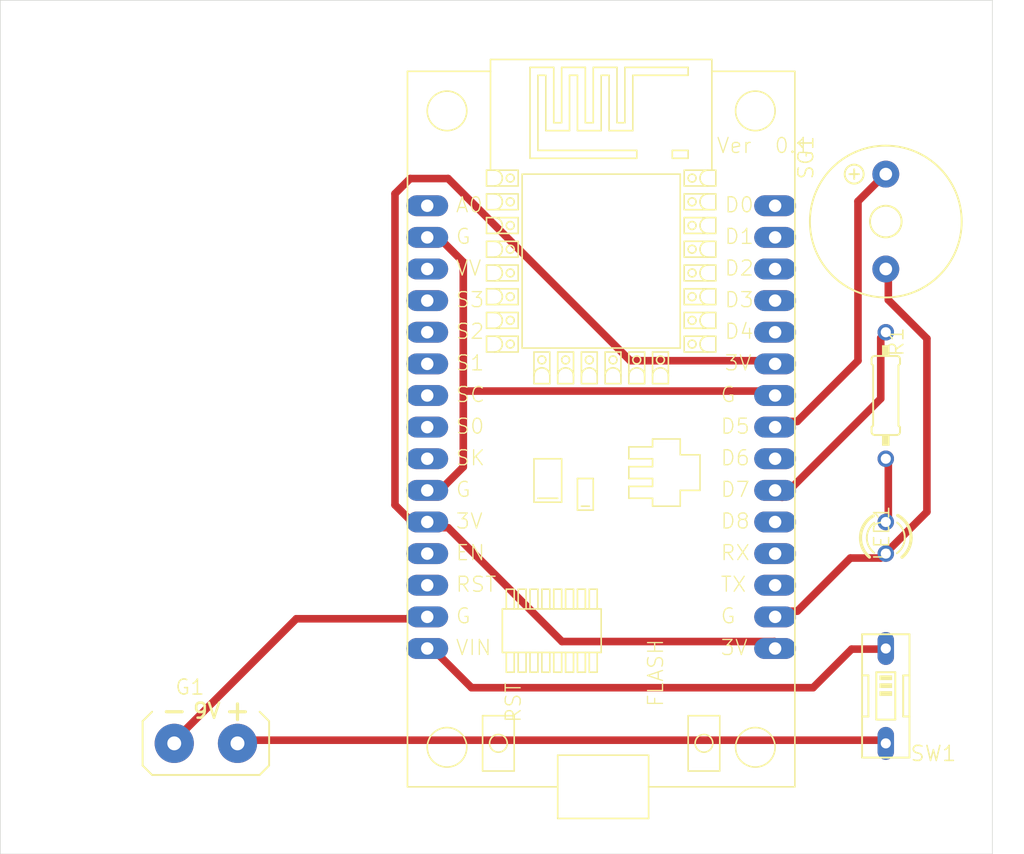
<source format=kicad_pcb>
(kicad_pcb (version 20171130) (host pcbnew 5.1.6-c6e7f7d~86~ubuntu18.04.1)

  (general
    (thickness 1.6)
    (drawings 4)
    (tracks 60)
    (zones 0)
    (modules 6)
    (nets 29)
  )

  (page A4)
  (layers
    (0 Top signal)
    (31 Bottom signal)
    (32 B.Adhes user)
    (33 F.Adhes user)
    (34 B.Paste user)
    (35 F.Paste user)
    (36 B.SilkS user)
    (37 F.SilkS user)
    (38 B.Mask user)
    (39 F.Mask user)
    (40 Dwgs.User user)
    (41 Cmts.User user)
    (42 Eco1.User user)
    (43 Eco2.User user)
    (44 Edge.Cuts user)
    (45 Margin user)
    (46 B.CrtYd user)
    (47 F.CrtYd user)
    (48 B.Fab user)
    (49 F.Fab user)
  )

  (setup
    (last_trace_width 0.25)
    (trace_clearance 0.2)
    (zone_clearance 0.508)
    (zone_45_only no)
    (trace_min 0.2)
    (via_size 0.8)
    (via_drill 0.4)
    (via_min_size 0.4)
    (via_min_drill 0.3)
    (uvia_size 0.3)
    (uvia_drill 0.1)
    (uvias_allowed no)
    (uvia_min_size 0.2)
    (uvia_min_drill 0.1)
    (edge_width 0.05)
    (segment_width 0.2)
    (pcb_text_width 0.3)
    (pcb_text_size 1.5 1.5)
    (mod_edge_width 0.12)
    (mod_text_size 1 1)
    (mod_text_width 0.15)
    (pad_size 1.524 1.524)
    (pad_drill 0.762)
    (pad_to_mask_clearance 0.05)
    (aux_axis_origin 0 0)
    (visible_elements FFFFFF7F)
    (pcbplotparams
      (layerselection 0x010fc_ffffffff)
      (usegerberextensions false)
      (usegerberattributes true)
      (usegerberadvancedattributes true)
      (creategerberjobfile true)
      (excludeedgelayer true)
      (linewidth 0.100000)
      (plotframeref false)
      (viasonmask false)
      (mode 1)
      (useauxorigin false)
      (hpglpennumber 1)
      (hpglpenspeed 20)
      (hpglpendiameter 15.000000)
      (psnegative false)
      (psa4output false)
      (plotreference true)
      (plotvalue true)
      (plotinvisibletext false)
      (padsonsilk false)
      (subtractmaskfromsilk false)
      (outputformat 1)
      (mirror false)
      (drillshape 1)
      (scaleselection 1)
      (outputdirectory ""))
  )

  (net 0 "")
  (net 1 GND)
  (net 2 3V)
  (net 3 "Net-(U$1-Pad30)")
  (net 4 "Net-(U$1-Pad29)")
  (net 5 "Net-(U$1-Pad28)")
  (net 6 "Net-(U$1-Pad27)")
  (net 7 "Net-(U$1-Pad26)")
  (net 8 "Net-(SG1-Pad+)")
  (net 9 "Net-(U$1-Pad22)")
  (net 10 "Net-(R1-Pad1)")
  (net 11 "Net-(U$1-Pad20)")
  (net 12 "Net-(U$1-Pad19)")
  (net 13 "Net-(U$1-Pad18)")
  (net 14 "Net-(LED1-PadK)")
  (net 15 "Net-(SW1-Pad1)")
  (net 16 "Net-(G1-Pad-)")
  (net 17 "Net-(U$1-Pad13)")
  (net 18 "Net-(U$1-Pad12)")
  (net 19 "Net-(U$1-Pad9)")
  (net 20 "Net-(U$1-Pad8)")
  (net 21 "Net-(U$1-Pad7)")
  (net 22 "Net-(U$1-Pad6)")
  (net 23 "Net-(U$1-Pad5)")
  (net 24 "Net-(U$1-Pad4)")
  (net 25 "Net-(U$1-Pad3)")
  (net 26 "Net-(U$1-Pad1)")
  (net 27 "Net-(LED1-PadA)")
  (net 28 "Net-(G1-Pad+)")

  (net_class Default "This is the default net class."
    (clearance 0.2)
    (trace_width 0.25)
    (via_dia 0.8)
    (via_drill 0.4)
    (uvia_dia 0.3)
    (uvia_drill 0.1)
    (add_net 3V)
    (add_net GND)
    (add_net "Net-(G1-Pad+)")
    (add_net "Net-(G1-Pad-)")
    (add_net "Net-(LED1-PadA)")
    (add_net "Net-(LED1-PadK)")
    (add_net "Net-(R1-Pad1)")
    (add_net "Net-(SG1-Pad+)")
    (add_net "Net-(SW1-Pad1)")
    (add_net "Net-(U$1-Pad1)")
    (add_net "Net-(U$1-Pad12)")
    (add_net "Net-(U$1-Pad13)")
    (add_net "Net-(U$1-Pad18)")
    (add_net "Net-(U$1-Pad19)")
    (add_net "Net-(U$1-Pad20)")
    (add_net "Net-(U$1-Pad22)")
    (add_net "Net-(U$1-Pad26)")
    (add_net "Net-(U$1-Pad27)")
    (add_net "Net-(U$1-Pad28)")
    (add_net "Net-(U$1-Pad29)")
    (add_net "Net-(U$1-Pad3)")
    (add_net "Net-(U$1-Pad30)")
    (add_net "Net-(U$1-Pad4)")
    (add_net "Net-(U$1-Pad5)")
    (add_net "Net-(U$1-Pad6)")
    (add_net "Net-(U$1-Pad7)")
    (add_net "Net-(U$1-Pad8)")
    (add_net "Net-(U$1-Pad9)")
  )

  (module circuito_distanciamento_social:NODEMCU (layer Top) (tedit 0) (tstamp 5ECE0473)
    (at 156.9211 104.9986)
    (path /BABD3B23)
    (fp_text reference U$1 (at 0 0) (layer F.SilkS) hide
      (effects (font (size 1.27 1.27) (thickness 0.15)))
    )
    (fp_text value NODEMCU (at 0 0) (layer F.SilkS) hide
      (effects (font (size 1.27 1.27) (thickness 0.15)))
    )
    (fp_text user "Ver  0.1" (at 9.2075 -21.9075) (layer F.SilkS)
      (effects (font (size 1.2065 1.2065) (thickness 0.1016)) (justify left bottom))
    )
    (fp_text user FLASH (at 5.08 22.5425 270) (layer F.SilkS)
      (effects (font (size 1.2065 1.2065) (thickness 0.1016)) (justify left bottom))
    )
    (fp_text user RST (at -6.35 23.8125 270) (layer F.SilkS)
      (effects (font (size 1.2065 1.2065) (thickness 0.1016)) (justify left bottom))
    )
    (fp_text user D0 (at 9.8425 -17.145) (layer F.SilkS)
      (effects (font (size 1.2065 1.2065) (thickness 0.1016)) (justify left bottom))
    )
    (fp_text user D1 (at 9.8425 -14.605) (layer F.SilkS)
      (effects (font (size 1.2065 1.2065) (thickness 0.1016)) (justify left bottom))
    )
    (fp_text user D2 (at 9.8425 -12.065) (layer F.SilkS)
      (effects (font (size 1.2065 1.2065) (thickness 0.1016)) (justify left bottom))
    )
    (fp_text user D3 (at 9.8425 -9.525) (layer F.SilkS)
      (effects (font (size 1.2065 1.2065) (thickness 0.1016)) (justify left bottom))
    )
    (fp_text user D4 (at 9.8425 -6.985) (layer F.SilkS)
      (effects (font (size 1.2065 1.2065) (thickness 0.1016)) (justify left bottom))
    )
    (fp_text user 3V (at 9.8425 -4.445) (layer F.SilkS)
      (effects (font (size 1.2065 1.2065) (thickness 0.1016)) (justify left bottom))
    )
    (fp_text user G (at 9.525 -1.905) (layer F.SilkS)
      (effects (font (size 1.2065 1.2065) (thickness 0.1016)) (justify left bottom))
    )
    (fp_text user D5 (at 9.525 0.635) (layer F.SilkS)
      (effects (font (size 1.2065 1.2065) (thickness 0.1016)) (justify left bottom))
    )
    (fp_text user D6 (at 9.525 3.175) (layer F.SilkS)
      (effects (font (size 1.2065 1.2065) (thickness 0.1016)) (justify left bottom))
    )
    (fp_text user D7 (at 9.525 5.715) (layer F.SilkS)
      (effects (font (size 1.2065 1.2065) (thickness 0.1016)) (justify left bottom))
    )
    (fp_text user D8 (at 9.525 8.255) (layer F.SilkS)
      (effects (font (size 1.2065 1.2065) (thickness 0.1016)) (justify left bottom))
    )
    (fp_text user RX (at 9.525 10.795) (layer F.SilkS)
      (effects (font (size 1.2065 1.2065) (thickness 0.1016)) (justify left bottom))
    )
    (fp_text user TX (at 9.525 13.335) (layer F.SilkS)
      (effects (font (size 1.2065 1.2065) (thickness 0.1016)) (justify left bottom))
    )
    (fp_text user G (at 9.525 15.875) (layer F.SilkS)
      (effects (font (size 1.2065 1.2065) (thickness 0.1016)) (justify left bottom))
    )
    (fp_text user 3V (at 9.525 18.415) (layer F.SilkS)
      (effects (font (size 1.2065 1.2065) (thickness 0.1016)) (justify left bottom))
    )
    (fp_text user VIN (at -11.7475 18.415) (layer F.SilkS)
      (effects (font (size 1.2065 1.2065) (thickness 0.1016)) (justify left bottom))
    )
    (fp_text user G (at -11.7475 15.875) (layer F.SilkS)
      (effects (font (size 1.2065 1.2065) (thickness 0.1016)) (justify left bottom))
    )
    (fp_text user RST (at -11.7475 13.335) (layer F.SilkS)
      (effects (font (size 1.2065 1.2065) (thickness 0.1016)) (justify left bottom))
    )
    (fp_text user EN (at -11.7475 10.795) (layer F.SilkS)
      (effects (font (size 1.2065 1.2065) (thickness 0.1016)) (justify left bottom))
    )
    (fp_text user 3V (at -11.7475 8.255) (layer F.SilkS)
      (effects (font (size 1.2065 1.2065) (thickness 0.1016)) (justify left bottom))
    )
    (fp_text user G (at -11.7475 5.715) (layer F.SilkS)
      (effects (font (size 1.2065 1.2065) (thickness 0.1016)) (justify left bottom))
    )
    (fp_text user SK (at -11.7475 3.175) (layer F.SilkS)
      (effects (font (size 1.2065 1.2065) (thickness 0.1016)) (justify left bottom))
    )
    (fp_text user S0 (at -11.7475 0.635) (layer F.SilkS)
      (effects (font (size 1.2065 1.2065) (thickness 0.1016)) (justify left bottom))
    )
    (fp_text user SC (at -11.7475 -1.905) (layer F.SilkS)
      (effects (font (size 1.2065 1.2065) (thickness 0.1016)) (justify left bottom))
    )
    (fp_text user S1 (at -11.7475 -4.445) (layer F.SilkS)
      (effects (font (size 1.2065 1.2065) (thickness 0.1016)) (justify left bottom))
    )
    (fp_text user S2 (at -11.7475 -6.985) (layer F.SilkS)
      (effects (font (size 1.2065 1.2065) (thickness 0.1016)) (justify left bottom))
    )
    (fp_text user S3 (at -11.7475 -9.525) (layer F.SilkS)
      (effects (font (size 1.2065 1.2065) (thickness 0.1016)) (justify left bottom))
    )
    (fp_text user VV (at -11.7475 -12.065) (layer F.SilkS)
      (effects (font (size 1.2065 1.2065) (thickness 0.1016)) (justify left bottom))
    )
    (fp_text user G (at -11.7475 -14.605) (layer F.SilkS)
      (effects (font (size 1.2065 1.2065) (thickness 0.1016)) (justify left bottom))
    )
    (fp_text user A0 (at -11.7475 -17.145) (layer F.SilkS)
      (effects (font (size 1.2065 1.2065) (thickness 0.1016)) (justify left bottom))
    )
    (fp_circle (center 8.255 25.4) (end 8.9649 25.4) (layer F.SilkS) (width 0.127))
    (fp_circle (center -8.255 25.4) (end -7.5451 25.4) (layer F.SilkS) (width 0.127))
    (fp_circle (center 4.7625 -5.3975) (end 5.08 -5.3975) (layer F.SilkS) (width 0.127))
    (fp_circle (center 2.8575 -5.3975) (end 3.175 -5.3975) (layer F.SilkS) (width 0.127))
    (fp_circle (center 0.9525 -5.3975) (end 1.27 -5.3975) (layer F.SilkS) (width 0.127))
    (fp_circle (center -0.9525 -5.3975) (end -0.635 -5.3975) (layer F.SilkS) (width 0.127))
    (fp_circle (center -2.8575 -5.3975) (end -2.54 -5.3975) (layer F.SilkS) (width 0.127))
    (fp_circle (center -4.7625 -5.3975) (end -4.445 -5.3975) (layer F.SilkS) (width 0.127))
    (fp_circle (center 7.3025 -20.0025) (end 7.62 -20.0025) (layer F.SilkS) (width 0.127))
    (fp_circle (center 7.3025 -18.0975) (end 7.62 -18.0975) (layer F.SilkS) (width 0.127))
    (fp_circle (center 7.3025 -16.1925) (end 7.62 -16.1925) (layer F.SilkS) (width 0.127))
    (fp_circle (center 7.3025 -14.2875) (end 7.62 -14.2875) (layer F.SilkS) (width 0.127))
    (fp_circle (center 7.3025 -12.3825) (end 7.62 -12.3825) (layer F.SilkS) (width 0.127))
    (fp_circle (center 7.3025 -10.4775) (end 7.62 -10.4775) (layer F.SilkS) (width 0.127))
    (fp_circle (center 7.3025 -8.5725) (end 7.62 -8.5725) (layer F.SilkS) (width 0.127))
    (fp_circle (center 7.3025 -6.6675) (end 7.62 -6.6675) (layer F.SilkS) (width 0.127))
    (fp_circle (center -7.3025 -6.6675) (end -6.985 -6.6675) (layer F.SilkS) (width 0.127))
    (fp_circle (center -7.3025 -8.5725) (end -6.985 -8.5725) (layer F.SilkS) (width 0.127))
    (fp_circle (center -7.3025 -10.4775) (end -6.985 -10.4775) (layer F.SilkS) (width 0.127))
    (fp_circle (center -7.3025 -12.3825) (end -6.985 -12.3825) (layer F.SilkS) (width 0.127))
    (fp_circle (center -7.3025 -14.2875) (end -6.985 -14.2875) (layer F.SilkS) (width 0.127))
    (fp_circle (center -7.3025 -16.1925) (end -6.985 -16.1925) (layer F.SilkS) (width 0.127))
    (fp_circle (center -7.3025 -18.0975) (end -6.985 -18.0975) (layer F.SilkS) (width 0.127))
    (fp_circle (center -7.3025 -20.0025) (end -6.985 -20.0025) (layer F.SilkS) (width 0.127))
    (fp_circle (center 12.3825 25.7175) (end 13.97 25.7175) (layer F.SilkS) (width 0.127))
    (fp_circle (center 12.3825 -25.4) (end 13.97 -25.4) (layer F.SilkS) (width 0.127))
    (fp_circle (center -12.3825 -25.4) (end -10.795 -25.4) (layer F.SilkS) (width 0.127))
    (fp_circle (center -12.3825 25.7175) (end -10.795 25.7175) (layer F.SilkS) (width 0.127))
    (fp_line (start -1.5875 6.35) (end -0.9525 6.35) (layer F.SilkS) (width 0.127))
    (fp_line (start -5.08 5.715) (end -3.4925 5.715) (layer F.SilkS) (width 0.127))
    (fp_line (start 9.525 27.6225) (end 6.985 27.6225) (layer F.SilkS) (width 0.127))
    (fp_line (start 9.525 23.1775) (end 9.525 27.6225) (layer F.SilkS) (width 0.127))
    (fp_line (start 6.985 23.1775) (end 9.525 23.1775) (layer F.SilkS) (width 0.127))
    (fp_line (start 6.985 27.6225) (end 6.985 23.1775) (layer F.SilkS) (width 0.127))
    (fp_line (start -0.635 4.1275) (end -1.905 4.1275) (layer F.SilkS) (width 0.127))
    (fp_line (start -0.635 6.6675) (end -0.635 4.1275) (layer F.SilkS) (width 0.127))
    (fp_line (start -1.905 6.6675) (end -0.635 6.6675) (layer F.SilkS) (width 0.127))
    (fp_line (start -1.905 4.1275) (end -1.905 6.6675) (layer F.SilkS) (width 0.127))
    (fp_line (start -3.175 2.54) (end -5.3975 2.54) (layer F.SilkS) (width 0.127))
    (fp_line (start -3.175 6.0325) (end -3.175 2.54) (layer F.SilkS) (width 0.127))
    (fp_line (start -5.3975 6.0325) (end -3.175 6.0325) (layer F.SilkS) (width 0.127))
    (fp_line (start -5.3975 2.54) (end -5.3975 6.0325) (layer F.SilkS) (width 0.127))
    (fp_line (start 2.2225 2.54) (end 2.2225 1.5875) (layer F.SilkS) (width 0.127))
    (fp_line (start 4.1275 2.54) (end 2.2225 2.54) (layer F.SilkS) (width 0.127))
    (fp_line (start 4.1275 3.175) (end 4.1275 2.54) (layer F.SilkS) (width 0.127))
    (fp_line (start 2.2225 3.175) (end 4.1275 3.175) (layer F.SilkS) (width 0.127))
    (fp_line (start 2.2225 4.1275) (end 2.2225 3.175) (layer F.SilkS) (width 0.127))
    (fp_line (start 4.1275 4.1275) (end 2.2225 4.1275) (layer F.SilkS) (width 0.127))
    (fp_line (start 4.1275 4.7625) (end 4.1275 4.1275) (layer F.SilkS) (width 0.127))
    (fp_line (start 2.2225 4.7625) (end 4.1275 4.7625) (layer F.SilkS) (width 0.127))
    (fp_line (start 2.2225 5.715) (end 2.2225 4.7625) (layer F.SilkS) (width 0.127))
    (fp_line (start 4.1275 5.715) (end 2.2225 5.715) (layer F.SilkS) (width 0.127))
    (fp_line (start 4.1275 6.35) (end 4.1275 5.715) (layer F.SilkS) (width 0.127))
    (fp_line (start 6.35 6.35) (end 4.1275 6.35) (layer F.SilkS) (width 0.127))
    (fp_line (start 6.35 5.08) (end 6.35 6.35) (layer F.SilkS) (width 0.127))
    (fp_line (start 7.9375 5.08) (end 6.35 5.08) (layer F.SilkS) (width 0.127))
    (fp_line (start 7.9375 2.2225) (end 7.9375 5.08) (layer F.SilkS) (width 0.127))
    (fp_line (start 6.35 2.2225) (end 7.9375 2.2225) (layer F.SilkS) (width 0.127))
    (fp_line (start 6.35 0.9525) (end 6.35 2.2225) (layer F.SilkS) (width 0.127))
    (fp_line (start 4.1275 0.9525) (end 6.35 0.9525) (layer F.SilkS) (width 0.127))
    (fp_line (start 4.1275 1.5875) (end 4.1275 0.9525) (layer F.SilkS) (width 0.127))
    (fp_line (start 2.2225 1.5875) (end 4.1275 1.5875) (layer F.SilkS) (width 0.127))
    (fp_line (start -7.62 19.685) (end -7.62 18.0975) (layer F.SilkS) (width 0.127))
    (fp_line (start -6.985 19.685) (end -7.62 19.685) (layer F.SilkS) (width 0.127))
    (fp_line (start -6.985 18.0975) (end -6.985 19.685) (layer F.SilkS) (width 0.127))
    (fp_line (start -6.6675 19.685) (end -6.6675 18.0975) (layer F.SilkS) (width 0.127))
    (fp_line (start -6.0325 19.685) (end -6.6675 19.685) (layer F.SilkS) (width 0.127))
    (fp_line (start -6.0325 18.0975) (end -6.0325 19.685) (layer F.SilkS) (width 0.127))
    (fp_line (start -5.715 19.685) (end -5.715 18.0975) (layer F.SilkS) (width 0.127))
    (fp_line (start -5.08 19.685) (end -5.715 19.685) (layer F.SilkS) (width 0.127))
    (fp_line (start -5.08 18.0975) (end -5.08 19.685) (layer F.SilkS) (width 0.127))
    (fp_line (start -4.7625 19.685) (end -4.7625 18.0975) (layer F.SilkS) (width 0.127))
    (fp_line (start -4.1275 19.685) (end -4.7625 19.685) (layer F.SilkS) (width 0.127))
    (fp_line (start -4.1275 18.0975) (end -4.1275 19.685) (layer F.SilkS) (width 0.127))
    (fp_line (start -3.81 19.685) (end -3.81 18.0975) (layer F.SilkS) (width 0.127))
    (fp_line (start -3.175 19.685) (end -3.81 19.685) (layer F.SilkS) (width 0.127))
    (fp_line (start -3.175 18.0975) (end -3.175 19.685) (layer F.SilkS) (width 0.127))
    (fp_line (start -2.8575 19.685) (end -2.8575 18.0975) (layer F.SilkS) (width 0.127))
    (fp_line (start -2.2225 19.685) (end -2.8575 19.685) (layer F.SilkS) (width 0.127))
    (fp_line (start -2.2225 18.0975) (end -2.2225 19.685) (layer F.SilkS) (width 0.127))
    (fp_line (start -1.905 19.685) (end -1.905 18.0975) (layer F.SilkS) (width 0.127))
    (fp_line (start -1.27 19.685) (end -1.905 19.685) (layer F.SilkS) (width 0.127))
    (fp_line (start -1.27 18.0975) (end -1.27 19.685) (layer F.SilkS) (width 0.127))
    (fp_line (start -0.9525 19.685) (end -0.9525 18.0975) (layer F.SilkS) (width 0.127))
    (fp_line (start -0.3175 19.685) (end -0.9525 19.685) (layer F.SilkS) (width 0.127))
    (fp_line (start -0.3175 18.0975) (end -0.3175 19.685) (layer F.SilkS) (width 0.127))
    (fp_line (start -0.3175 13.0175) (end -0.3175 14.605) (layer F.SilkS) (width 0.127))
    (fp_line (start -0.9525 13.0175) (end -0.3175 13.0175) (layer F.SilkS) (width 0.127))
    (fp_line (start -0.9525 14.605) (end -0.9525 13.0175) (layer F.SilkS) (width 0.127))
    (fp_line (start -1.27 13.0175) (end -1.27 14.605) (layer F.SilkS) (width 0.127))
    (fp_line (start -1.905 13.0175) (end -1.27 13.0175) (layer F.SilkS) (width 0.127))
    (fp_line (start -1.905 14.605) (end -1.905 13.0175) (layer F.SilkS) (width 0.127))
    (fp_line (start -2.2225 13.0175) (end -2.2225 14.605) (layer F.SilkS) (width 0.127))
    (fp_line (start -2.8575 13.0175) (end -2.2225 13.0175) (layer F.SilkS) (width 0.127))
    (fp_line (start -2.8575 14.605) (end -2.8575 13.0175) (layer F.SilkS) (width 0.127))
    (fp_line (start -3.175 13.0175) (end -3.175 14.605) (layer F.SilkS) (width 0.127))
    (fp_line (start -3.81 13.0175) (end -3.175 13.0175) (layer F.SilkS) (width 0.127))
    (fp_line (start -3.81 14.605) (end -3.81 13.0175) (layer F.SilkS) (width 0.127))
    (fp_line (start -4.1275 13.0175) (end -4.1275 14.605) (layer F.SilkS) (width 0.127))
    (fp_line (start -4.7625 13.0175) (end -4.1275 13.0175) (layer F.SilkS) (width 0.127))
    (fp_line (start -4.7625 14.605) (end -4.7625 13.0175) (layer F.SilkS) (width 0.127))
    (fp_line (start -5.08 13.0175) (end -5.08 14.605) (layer F.SilkS) (width 0.127))
    (fp_line (start -5.715 13.0175) (end -5.08 13.0175) (layer F.SilkS) (width 0.127))
    (fp_line (start -5.715 14.605) (end -5.715 13.0175) (layer F.SilkS) (width 0.127))
    (fp_line (start -6.0325 13.0175) (end -6.0325 14.605) (layer F.SilkS) (width 0.127))
    (fp_line (start -6.6675 13.0175) (end -6.0325 13.0175) (layer F.SilkS) (width 0.127))
    (fp_line (start -6.6675 14.605) (end -6.6675 13.0175) (layer F.SilkS) (width 0.127))
    (fp_line (start -6.985 13.0175) (end -6.985 14.605) (layer F.SilkS) (width 0.127))
    (fp_line (start -7.62 13.0175) (end -6.985 13.0175) (layer F.SilkS) (width 0.127))
    (fp_line (start -7.62 14.605) (end -7.62 13.0175) (layer F.SilkS) (width 0.127))
    (fp_line (start 0 18.0975) (end -7.9375 18.0975) (layer F.SilkS) (width 0.127))
    (fp_line (start 0 14.605) (end 0 18.0975) (layer F.SilkS) (width 0.127))
    (fp_line (start -7.9375 14.605) (end 0 14.605) (layer F.SilkS) (width 0.127))
    (fp_line (start -7.9375 18.0975) (end -7.9375 14.605) (layer F.SilkS) (width 0.127))
    (fp_line (start 3.81 26.3525) (end 3.81 28.8925) (layer F.SilkS) (width 0.127))
    (fp_line (start -3.4925 26.3525) (end 3.81 26.3525) (layer F.SilkS) (width 0.127))
    (fp_line (start -3.4925 28.8925) (end -3.4925 26.3525) (layer F.SilkS) (width 0.127))
    (fp_line (start -3.4925 31.4325) (end 3.81 31.4325) (layer F.SilkS) (width 0.127))
    (fp_line (start -6.985 27.6225) (end -9.525 27.6225) (layer F.SilkS) (width 0.127))
    (fp_line (start -6.985 23.1775) (end -6.985 27.6225) (layer F.SilkS) (width 0.127))
    (fp_line (start -9.525 23.1775) (end -6.985 23.1775) (layer F.SilkS) (width 0.127))
    (fp_line (start -9.525 27.6225) (end -9.525 23.1775) (layer F.SilkS) (width 0.127))
    (fp_line (start 8.89 -28.575) (end 8.89 -20.6375) (layer F.SilkS) (width 0.127))
    (fp_line (start -8.89 -28.575) (end -8.89 -20.6375) (layer F.SilkS) (width 0.127))
    (fp_line (start 5.715 -22.225) (end 5.715 -21.59) (layer F.SilkS) (width 0.127))
    (fp_line (start 6.985 -22.225) (end 5.715 -22.225) (layer F.SilkS) (width 0.127))
    (fp_line (start 6.985 -21.59) (end 6.985 -22.225) (layer F.SilkS) (width 0.127))
    (fp_line (start 5.715 -21.59) (end 6.985 -21.59) (layer F.SilkS) (width 0.127))
    (fp_line (start 2.8575 -22.225) (end 2.8575 -21.59) (layer F.SilkS) (width 0.127))
    (fp_line (start -5.08 -22.225) (end 2.8575 -22.225) (layer F.SilkS) (width 0.127))
    (fp_line (start -5.08 -28.2575) (end -5.08 -22.225) (layer F.SilkS) (width 0.127))
    (fp_line (start -4.445 -28.2575) (end -5.08 -28.2575) (layer F.SilkS) (width 0.127))
    (fp_line (start -4.445 -23.8125) (end -4.445 -28.2575) (layer F.SilkS) (width 0.127))
    (fp_line (start -2.54 -23.8125) (end -4.445 -23.8125) (layer F.SilkS) (width 0.127))
    (fp_line (start -2.54 -28.2575) (end -2.54 -23.8125) (layer F.SilkS) (width 0.127))
    (fp_line (start -1.905 -28.2575) (end -2.54 -28.2575) (layer F.SilkS) (width 0.127))
    (fp_line (start -1.905 -23.8125) (end -1.905 -28.2575) (layer F.SilkS) (width 0.127))
    (fp_line (start 0 -23.8125) (end -1.905 -23.8125) (layer F.SilkS) (width 0.127))
    (fp_line (start 0 -28.2575) (end 0 -23.8125) (layer F.SilkS) (width 0.127))
    (fp_line (start 0.635 -28.2575) (end 0 -28.2575) (layer F.SilkS) (width 0.127))
    (fp_line (start 0.635 -23.8125) (end 0.635 -28.2575) (layer F.SilkS) (width 0.127))
    (fp_line (start 2.54 -23.8125) (end 0.635 -23.8125) (layer F.SilkS) (width 0.127))
    (fp_line (start 2.54 -28.2575) (end 2.54 -23.8125) (layer F.SilkS) (width 0.127))
    (fp_line (start 6.985 -28.2575) (end 2.54 -28.2575) (layer F.SilkS) (width 0.127))
    (fp_line (start 6.985 -28.8925) (end 6.985 -28.2575) (layer F.SilkS) (width 0.127))
    (fp_line (start 1.905 -28.8925) (end 6.985 -28.8925) (layer F.SilkS) (width 0.127))
    (fp_line (start 1.905 -24.4475) (end 1.905 -28.8925) (layer F.SilkS) (width 0.127))
    (fp_line (start 1.27 -24.4475) (end 1.905 -24.4475) (layer F.SilkS) (width 0.127))
    (fp_line (start 1.27 -28.8925) (end 1.27 -24.4475) (layer F.SilkS) (width 0.127))
    (fp_line (start -0.635 -28.8925) (end 1.27 -28.8925) (layer F.SilkS) (width 0.127))
    (fp_line (start -0.635 -24.4475) (end -0.635 -28.8925) (layer F.SilkS) (width 0.127))
    (fp_line (start -1.27 -24.4475) (end -0.635 -24.4475) (layer F.SilkS) (width 0.127))
    (fp_line (start -1.27 -28.8925) (end -1.27 -24.4475) (layer F.SilkS) (width 0.127))
    (fp_line (start -3.175 -28.8925) (end -1.27 -28.8925) (layer F.SilkS) (width 0.127))
    (fp_line (start -3.175 -24.4475) (end -3.175 -28.8925) (layer F.SilkS) (width 0.127))
    (fp_line (start -3.81 -24.4475) (end -3.175 -24.4475) (layer F.SilkS) (width 0.127))
    (fp_line (start -3.81 -28.8925) (end -3.81 -24.4475) (layer F.SilkS) (width 0.127))
    (fp_line (start -5.715 -28.8925) (end -3.81 -28.8925) (layer F.SilkS) (width 0.127))
    (fp_line (start -5.715 -21.59) (end -5.715 -28.8925) (layer F.SilkS) (width 0.127))
    (fp_line (start 2.8575 -21.59) (end -5.715 -21.59) (layer F.SilkS) (width 0.127))
    (fp_line (start 6.6675 -6.0325) (end 8.5725 -6.0325) (layer F.SilkS) (width 0.127))
    (fp_line (start 4.1275 -3.4925) (end 4.1275 -4.1275) (layer F.SilkS) (width 0.127))
    (fp_line (start 5.3975 -3.4925) (end 4.1275 -3.4925) (layer F.SilkS) (width 0.127))
    (fp_line (start 5.3975 -4.1275) (end 5.3975 -3.4925) (layer F.SilkS) (width 0.127))
    (fp_arc (start 4.7625 -4.1275) (end 4.1275 -4.1275) (angle 180) (layer F.SilkS) (width 0.127))
    (fp_line (start 4.1275 -6.0325) (end 4.1275 -4.1275) (layer F.SilkS) (width 0.127))
    (fp_line (start 5.3975 -6.0325) (end 5.3975 -4.1275) (layer F.SilkS) (width 0.127))
    (fp_line (start 4.1275 -6.0325) (end 5.3975 -6.0325) (layer F.SilkS) (width 0.127))
    (fp_line (start 2.2225 -3.4925) (end 2.2225 -4.1275) (layer F.SilkS) (width 0.127))
    (fp_line (start 3.4925 -3.4925) (end 2.2225 -3.4925) (layer F.SilkS) (width 0.127))
    (fp_line (start 3.4925 -4.1275) (end 3.4925 -3.4925) (layer F.SilkS) (width 0.127))
    (fp_arc (start 2.8575 -4.1275) (end 2.2225 -4.1275) (angle 180) (layer F.SilkS) (width 0.127))
    (fp_line (start 2.2225 -6.0325) (end 2.2225 -4.1275) (layer F.SilkS) (width 0.127))
    (fp_line (start 3.4925 -6.0325) (end 3.4925 -4.1275) (layer F.SilkS) (width 0.127))
    (fp_line (start 2.2225 -6.0325) (end 3.4925 -6.0325) (layer F.SilkS) (width 0.127))
    (fp_line (start 0.3175 -3.4925) (end 0.3175 -4.1275) (layer F.SilkS) (width 0.127))
    (fp_line (start 1.5875 -3.4925) (end 0.3175 -3.4925) (layer F.SilkS) (width 0.127))
    (fp_line (start 1.5875 -4.1275) (end 1.5875 -3.4925) (layer F.SilkS) (width 0.127))
    (fp_arc (start 0.9525 -4.1275) (end 0.3175 -4.1275) (angle 180) (layer F.SilkS) (width 0.127))
    (fp_line (start 0.3175 -6.0325) (end 0.3175 -4.1275) (layer F.SilkS) (width 0.127))
    (fp_line (start 1.5875 -6.0325) (end 1.5875 -4.1275) (layer F.SilkS) (width 0.127))
    (fp_line (start 0.3175 -6.0325) (end 1.5875 -6.0325) (layer F.SilkS) (width 0.127))
    (fp_line (start -1.5875 -3.4925) (end -1.5875 -4.1275) (layer F.SilkS) (width 0.127))
    (fp_line (start -0.3175 -3.4925) (end -1.5875 -3.4925) (layer F.SilkS) (width 0.127))
    (fp_line (start -0.3175 -4.1275) (end -0.3175 -3.4925) (layer F.SilkS) (width 0.127))
    (fp_arc (start -0.9525 -4.1275) (end -1.5875 -4.1275) (angle 180) (layer F.SilkS) (width 0.127))
    (fp_line (start -1.5875 -6.0325) (end -1.5875 -4.1275) (layer F.SilkS) (width 0.127))
    (fp_line (start -0.3175 -6.0325) (end -0.3175 -4.1275) (layer F.SilkS) (width 0.127))
    (fp_line (start -1.5875 -6.0325) (end -0.3175 -6.0325) (layer F.SilkS) (width 0.127))
    (fp_line (start -3.4925 -3.4925) (end -3.4925 -4.1275) (layer F.SilkS) (width 0.127))
    (fp_line (start -2.2225 -3.4925) (end -3.4925 -3.4925) (layer F.SilkS) (width 0.127))
    (fp_line (start -2.2225 -4.1275) (end -2.2225 -3.4925) (layer F.SilkS) (width 0.127))
    (fp_arc (start -2.8575 -4.1275) (end -3.4925 -4.1275) (angle 180) (layer F.SilkS) (width 0.127))
    (fp_line (start -3.4925 -6.0325) (end -3.4925 -4.1275) (layer F.SilkS) (width 0.127))
    (fp_line (start -2.2225 -6.0325) (end -2.2225 -4.1275) (layer F.SilkS) (width 0.127))
    (fp_line (start -3.4925 -6.0325) (end -2.2225 -6.0325) (layer F.SilkS) (width 0.127))
    (fp_line (start -5.3975 -3.4925) (end -5.3975 -4.1275) (layer F.SilkS) (width 0.127))
    (fp_line (start -4.1275 -3.4925) (end -5.3975 -3.4925) (layer F.SilkS) (width 0.127))
    (fp_line (start -4.1275 -4.1275) (end -4.1275 -3.4925) (layer F.SilkS) (width 0.127))
    (fp_arc (start -4.7625 -4.1275) (end -5.3975 -4.1275) (angle 180) (layer F.SilkS) (width 0.127))
    (fp_line (start -5.3975 -6.0325) (end -5.3975 -4.1275) (layer F.SilkS) (width 0.127))
    (fp_line (start -4.1275 -6.0325) (end -4.1275 -4.1275) (layer F.SilkS) (width 0.127))
    (fp_line (start -5.3975 -6.0325) (end -4.1275 -6.0325) (layer F.SilkS) (width 0.127))
    (fp_line (start 9.2075 -19.3675) (end 8.5725 -19.3675) (layer F.SilkS) (width 0.127))
    (fp_line (start 9.2075 -20.6375) (end 9.2075 -19.3675) (layer F.SilkS) (width 0.127))
    (fp_line (start 8.89 -20.6375) (end 9.2075 -20.6375) (layer F.SilkS) (width 0.127))
    (fp_line (start 8.5725 -20.6375) (end 8.89 -20.6375) (layer F.SilkS) (width 0.127))
    (fp_arc (start 8.5725 -20.0025) (end 8.5725 -19.3675) (angle 180) (layer F.SilkS) (width 0.127))
    (fp_line (start 6.6675 -19.3675) (end 8.5725 -19.3675) (layer F.SilkS) (width 0.127))
    (fp_line (start 6.6675 -20.6375) (end 8.5725 -20.6375) (layer F.SilkS) (width 0.127))
    (fp_line (start 6.6675 -19.3675) (end 6.6675 -20.6375) (layer F.SilkS) (width 0.127))
    (fp_line (start 9.2075 -17.4625) (end 8.5725 -17.4625) (layer F.SilkS) (width 0.127))
    (fp_line (start 9.2075 -18.7325) (end 9.2075 -17.4625) (layer F.SilkS) (width 0.127))
    (fp_line (start 8.5725 -18.7325) (end 9.2075 -18.7325) (layer F.SilkS) (width 0.127))
    (fp_arc (start 8.5725 -18.0975) (end 8.5725 -17.4625) (angle 180) (layer F.SilkS) (width 0.127))
    (fp_line (start 6.6675 -17.4625) (end 8.5725 -17.4625) (layer F.SilkS) (width 0.127))
    (fp_line (start 6.6675 -18.7325) (end 8.5725 -18.7325) (layer F.SilkS) (width 0.127))
    (fp_line (start 6.6675 -17.4625) (end 6.6675 -18.7325) (layer F.SilkS) (width 0.127))
    (fp_line (start 9.2075 -15.5575) (end 8.5725 -15.5575) (layer F.SilkS) (width 0.127))
    (fp_line (start 9.2075 -16.8275) (end 9.2075 -15.5575) (layer F.SilkS) (width 0.127))
    (fp_line (start 8.5725 -16.8275) (end 9.2075 -16.8275) (layer F.SilkS) (width 0.127))
    (fp_arc (start 8.5725 -16.1925) (end 8.5725 -15.5575) (angle 180) (layer F.SilkS) (width 0.127))
    (fp_line (start 6.6675 -15.5575) (end 8.5725 -15.5575) (layer F.SilkS) (width 0.127))
    (fp_line (start 6.6675 -16.8275) (end 8.5725 -16.8275) (layer F.SilkS) (width 0.127))
    (fp_line (start 6.6675 -15.5575) (end 6.6675 -16.8275) (layer F.SilkS) (width 0.127))
    (fp_line (start 9.2075 -13.6525) (end 8.5725 -13.6525) (layer F.SilkS) (width 0.127))
    (fp_line (start 9.2075 -14.9225) (end 9.2075 -13.6525) (layer F.SilkS) (width 0.127))
    (fp_line (start 8.5725 -14.9225) (end 9.2075 -14.9225) (layer F.SilkS) (width 0.127))
    (fp_arc (start 8.5725 -14.2875) (end 8.5725 -13.6525) (angle 180) (layer F.SilkS) (width 0.127))
    (fp_line (start 6.6675 -13.6525) (end 8.5725 -13.6525) (layer F.SilkS) (width 0.127))
    (fp_line (start 6.6675 -14.9225) (end 8.5725 -14.9225) (layer F.SilkS) (width 0.127))
    (fp_line (start 6.6675 -13.6525) (end 6.6675 -14.9225) (layer F.SilkS) (width 0.127))
    (fp_line (start 9.2075 -11.7475) (end 8.5725 -11.7475) (layer F.SilkS) (width 0.127))
    (fp_line (start 9.2075 -13.0175) (end 9.2075 -11.7475) (layer F.SilkS) (width 0.127))
    (fp_line (start 8.5725 -13.0175) (end 9.2075 -13.0175) (layer F.SilkS) (width 0.127))
    (fp_arc (start 8.5725 -12.3825) (end 8.5725 -11.7475) (angle 180) (layer F.SilkS) (width 0.127))
    (fp_line (start 6.6675 -11.7475) (end 8.5725 -11.7475) (layer F.SilkS) (width 0.127))
    (fp_line (start 6.6675 -13.0175) (end 8.5725 -13.0175) (layer F.SilkS) (width 0.127))
    (fp_line (start 6.6675 -11.7475) (end 6.6675 -13.0175) (layer F.SilkS) (width 0.127))
    (fp_line (start 9.2075 -9.8425) (end 8.5725 -9.8425) (layer F.SilkS) (width 0.127))
    (fp_line (start 9.2075 -11.1125) (end 9.2075 -9.8425) (layer F.SilkS) (width 0.127))
    (fp_line (start 8.5725 -11.1125) (end 9.2075 -11.1125) (layer F.SilkS) (width 0.127))
    (fp_arc (start 8.5725 -10.4775) (end 8.5725 -9.8425) (angle 180) (layer F.SilkS) (width 0.127))
    (fp_line (start 6.6675 -9.8425) (end 8.5725 -9.8425) (layer F.SilkS) (width 0.127))
    (fp_line (start 6.6675 -11.1125) (end 8.5725 -11.1125) (layer F.SilkS) (width 0.127))
    (fp_line (start 6.6675 -9.8425) (end 6.6675 -11.1125) (layer F.SilkS) (width 0.127))
    (fp_line (start 9.2075 -7.9375) (end 8.5725 -7.9375) (layer F.SilkS) (width 0.127))
    (fp_line (start 9.2075 -9.2075) (end 9.2075 -7.9375) (layer F.SilkS) (width 0.127))
    (fp_line (start 8.5725 -9.2075) (end 9.2075 -9.2075) (layer F.SilkS) (width 0.127))
    (fp_arc (start 8.5725 -8.5725) (end 8.5725 -7.9375) (angle 180) (layer F.SilkS) (width 0.127))
    (fp_line (start 6.6675 -7.9375) (end 8.5725 -7.9375) (layer F.SilkS) (width 0.127))
    (fp_line (start 6.6675 -9.2075) (end 8.5725 -9.2075) (layer F.SilkS) (width 0.127))
    (fp_line (start 6.6675 -7.9375) (end 6.6675 -9.2075) (layer F.SilkS) (width 0.127))
    (fp_line (start 9.2075 -6.0325) (end 8.5725 -6.0325) (layer F.SilkS) (width 0.127))
    (fp_line (start 9.2075 -7.3025) (end 9.2075 -6.0325) (layer F.SilkS) (width 0.127))
    (fp_line (start 8.5725 -7.3025) (end 9.2075 -7.3025) (layer F.SilkS) (width 0.127))
    (fp_arc (start 8.5725 -6.6675) (end 8.5725 -6.0325) (angle 180) (layer F.SilkS) (width 0.127))
    (fp_line (start 6.6675 -7.3025) (end 8.5725 -7.3025) (layer F.SilkS) (width 0.127))
    (fp_line (start 6.6675 -6.0325) (end 6.6675 -7.3025) (layer F.SilkS) (width 0.127))
    (fp_line (start -9.2075 -7.3025) (end -8.5725 -7.3025) (layer F.SilkS) (width 0.127))
    (fp_line (start -9.2075 -6.0325) (end -9.2075 -7.3025) (layer F.SilkS) (width 0.127))
    (fp_line (start -8.5725 -6.0325) (end -9.2075 -6.0325) (layer F.SilkS) (width 0.127))
    (fp_arc (start -8.5725 -6.6675) (end -8.5725 -7.3025) (angle 180) (layer F.SilkS) (width 0.127))
    (fp_line (start -6.6675 -7.3025) (end -8.5725 -7.3025) (layer F.SilkS) (width 0.127))
    (fp_line (start -6.6675 -6.0325) (end -8.5725 -6.0325) (layer F.SilkS) (width 0.127))
    (fp_line (start -6.6675 -7.3025) (end -6.6675 -6.0325) (layer F.SilkS) (width 0.127))
    (fp_line (start -9.2075 -9.2075) (end -8.5725 -9.2075) (layer F.SilkS) (width 0.127))
    (fp_line (start -9.2075 -7.9375) (end -9.2075 -9.2075) (layer F.SilkS) (width 0.127))
    (fp_line (start -8.5725 -7.9375) (end -9.2075 -7.9375) (layer F.SilkS) (width 0.127))
    (fp_arc (start -8.5725 -8.5725) (end -8.5725 -9.2075) (angle 180) (layer F.SilkS) (width 0.127))
    (fp_line (start -6.6675 -9.2075) (end -8.5725 -9.2075) (layer F.SilkS) (width 0.127))
    (fp_line (start -6.6675 -7.9375) (end -8.5725 -7.9375) (layer F.SilkS) (width 0.127))
    (fp_line (start -6.6675 -9.2075) (end -6.6675 -7.9375) (layer F.SilkS) (width 0.127))
    (fp_line (start -9.2075 -11.1125) (end -8.5725 -11.1125) (layer F.SilkS) (width 0.127))
    (fp_line (start -9.2075 -9.8425) (end -9.2075 -11.1125) (layer F.SilkS) (width 0.127))
    (fp_line (start -8.5725 -9.8425) (end -9.2075 -9.8425) (layer F.SilkS) (width 0.127))
    (fp_arc (start -8.5725 -10.4775) (end -8.5725 -11.1125) (angle 180) (layer F.SilkS) (width 0.127))
    (fp_line (start -6.6675 -11.1125) (end -8.5725 -11.1125) (layer F.SilkS) (width 0.127))
    (fp_line (start -6.6675 -9.8425) (end -8.5725 -9.8425) (layer F.SilkS) (width 0.127))
    (fp_line (start -6.6675 -11.1125) (end -6.6675 -9.8425) (layer F.SilkS) (width 0.127))
    (fp_line (start -9.2075 -13.0175) (end -8.5725 -13.0175) (layer F.SilkS) (width 0.127))
    (fp_line (start -9.2075 -11.7475) (end -9.2075 -13.0175) (layer F.SilkS) (width 0.127))
    (fp_line (start -8.5725 -11.7475) (end -9.2075 -11.7475) (layer F.SilkS) (width 0.127))
    (fp_arc (start -8.5725 -12.3825) (end -8.5725 -13.0175) (angle 180) (layer F.SilkS) (width 0.127))
    (fp_line (start -6.6675 -13.0175) (end -8.5725 -13.0175) (layer F.SilkS) (width 0.127))
    (fp_line (start -6.6675 -11.7475) (end -8.5725 -11.7475) (layer F.SilkS) (width 0.127))
    (fp_line (start -6.6675 -13.0175) (end -6.6675 -11.7475) (layer F.SilkS) (width 0.127))
    (fp_line (start -9.2075 -14.9225) (end -8.5725 -14.9225) (layer F.SilkS) (width 0.127))
    (fp_line (start -9.2075 -13.6525) (end -9.2075 -14.9225) (layer F.SilkS) (width 0.127))
    (fp_line (start -8.5725 -13.6525) (end -9.2075 -13.6525) (layer F.SilkS) (width 0.127))
    (fp_arc (start -8.5725 -14.2875) (end -8.5725 -14.9225) (angle 180) (layer F.SilkS) (width 0.127))
    (fp_line (start -6.6675 -14.9225) (end -8.5725 -14.9225) (layer F.SilkS) (width 0.127))
    (fp_line (start -6.6675 -13.6525) (end -8.5725 -13.6525) (layer F.SilkS) (width 0.127))
    (fp_line (start -6.6675 -14.9225) (end -6.6675 -13.6525) (layer F.SilkS) (width 0.127))
    (fp_line (start -9.2075 -16.8275) (end -8.5725 -16.8275) (layer F.SilkS) (width 0.127))
    (fp_line (start -9.2075 -15.5575) (end -9.2075 -16.8275) (layer F.SilkS) (width 0.127))
    (fp_line (start -8.5725 -15.5575) (end -9.2075 -15.5575) (layer F.SilkS) (width 0.127))
    (fp_arc (start -8.5725 -16.1925) (end -8.5725 -16.8275) (angle 180) (layer F.SilkS) (width 0.127))
    (fp_line (start -6.6675 -16.8275) (end -8.5725 -16.8275) (layer F.SilkS) (width 0.127))
    (fp_line (start -6.6675 -15.5575) (end -8.5725 -15.5575) (layer F.SilkS) (width 0.127))
    (fp_line (start -6.6675 -16.8275) (end -6.6675 -15.5575) (layer F.SilkS) (width 0.127))
    (fp_line (start -9.2075 -18.7325) (end -8.5725 -18.7325) (layer F.SilkS) (width 0.127))
    (fp_line (start -9.2075 -17.4625) (end -9.2075 -18.7325) (layer F.SilkS) (width 0.127))
    (fp_line (start -8.5725 -17.4625) (end -9.2075 -17.4625) (layer F.SilkS) (width 0.127))
    (fp_arc (start -8.5725 -18.0975) (end -8.5725 -18.7325) (angle 180) (layer F.SilkS) (width 0.127))
    (fp_line (start -6.6675 -18.7325) (end -8.5725 -18.7325) (layer F.SilkS) (width 0.127))
    (fp_line (start -6.6675 -17.4625) (end -8.5725 -17.4625) (layer F.SilkS) (width 0.127))
    (fp_line (start -6.6675 -18.7325) (end -6.6675 -17.4625) (layer F.SilkS) (width 0.127))
    (fp_line (start -8.89 -20.6375) (end -8.5725 -20.6375) (layer F.SilkS) (width 0.127))
    (fp_line (start -9.2075 -20.6375) (end -8.89 -20.6375) (layer F.SilkS) (width 0.127))
    (fp_line (start -9.2075 -19.3675) (end -9.2075 -20.6375) (layer F.SilkS) (width 0.127))
    (fp_line (start -8.5725 -19.3675) (end -9.2075 -19.3675) (layer F.SilkS) (width 0.127))
    (fp_arc (start -8.5725 -20.0025) (end -8.5725 -20.6375) (angle 180) (layer F.SilkS) (width 0.127))
    (fp_line (start -6.6675 -20.6375) (end -8.5725 -20.6375) (layer F.SilkS) (width 0.127))
    (fp_line (start -6.6675 -19.3675) (end -8.5725 -19.3675) (layer F.SilkS) (width 0.127))
    (fp_line (start -6.6675 -20.6375) (end -6.6675 -19.3675) (layer F.SilkS) (width 0.127))
    (fp_line (start -6.35 -20.32) (end -6.35 -6.35) (layer F.SilkS) (width 0.127))
    (fp_line (start 6.35 -20.32) (end -6.35 -20.32) (layer F.SilkS) (width 0.127))
    (fp_line (start 6.35 -6.35) (end 6.35 -20.32) (layer F.SilkS) (width 0.127))
    (fp_line (start -6.35 -6.35) (end 6.35 -6.35) (layer F.SilkS) (width 0.127))
    (fp_line (start -15.5575 28.8925) (end -15.5575 -28.575) (layer F.SilkS) (width 0.127))
    (fp_line (start -3.4925 28.8925) (end -15.5575 28.8925) (layer F.SilkS) (width 0.127))
    (fp_line (start -3.4925 31.4325) (end -3.4925 28.8925) (layer F.SilkS) (width 0.127))
    (fp_line (start 3.81 28.8925) (end 3.81 31.4325) (layer F.SilkS) (width 0.127))
    (fp_line (start 15.5575 28.8925) (end 3.81 28.8925) (layer F.SilkS) (width 0.127))
    (fp_line (start 15.5575 -28.575) (end 15.5575 28.8925) (layer F.SilkS) (width 0.127))
    (fp_line (start 8.89 -28.575) (end 15.5575 -28.575) (layer F.SilkS) (width 0.127))
    (fp_line (start 8.89 -29.5275) (end 8.89 -28.575) (layer F.SilkS) (width 0.127))
    (fp_line (start -8.89 -29.5275) (end 8.89 -29.5275) (layer F.SilkS) (width 0.127))
    (fp_line (start -8.89 -28.575) (end -8.89 -29.5275) (layer F.SilkS) (width 0.127))
    (fp_line (start -15.5575 -28.575) (end -8.89 -28.575) (layer F.SilkS) (width 0.127))
    (pad 30 thru_hole oval (at 13.97 -17.78) (size 3.3528 1.6764) (drill 1) (layers *.Cu *.Mask)
      (net 3 "Net-(U$1-Pad30)") (solder_mask_margin 0.1016))
    (pad 29 thru_hole oval (at 13.97 -15.24) (size 3.3528 1.6764) (drill 1) (layers *.Cu *.Mask)
      (net 4 "Net-(U$1-Pad29)") (solder_mask_margin 0.1016))
    (pad 28 thru_hole oval (at 13.97 -12.7) (size 3.3528 1.6764) (drill 1) (layers *.Cu *.Mask)
      (net 5 "Net-(U$1-Pad28)") (solder_mask_margin 0.1016))
    (pad 27 thru_hole oval (at 13.97 -10.16) (size 3.3528 1.6764) (drill 1) (layers *.Cu *.Mask)
      (net 6 "Net-(U$1-Pad27)") (solder_mask_margin 0.1016))
    (pad 26 thru_hole oval (at 13.97 -7.62) (size 3.3528 1.6764) (drill 1) (layers *.Cu *.Mask)
      (net 7 "Net-(U$1-Pad26)") (solder_mask_margin 0.1016))
    (pad 25 thru_hole oval (at 13.97 -5.08) (size 3.3528 1.6764) (drill 1) (layers *.Cu *.Mask)
      (net 2 3V) (solder_mask_margin 0.1016))
    (pad 24 thru_hole oval (at 13.97 -2.54) (size 3.3528 1.6764) (drill 1) (layers *.Cu *.Mask)
      (net 1 GND) (solder_mask_margin 0.1016))
    (pad 23 thru_hole oval (at 13.97 0) (size 3.3528 1.6764) (drill 1) (layers *.Cu *.Mask)
      (net 8 "Net-(SG1-Pad+)") (solder_mask_margin 0.1016))
    (pad 22 thru_hole oval (at 13.97 2.54) (size 3.3528 1.6764) (drill 1) (layers *.Cu *.Mask)
      (net 9 "Net-(U$1-Pad22)") (solder_mask_margin 0.1016))
    (pad 21 thru_hole oval (at 13.97 5.08) (size 3.3528 1.6764) (drill 1) (layers *.Cu *.Mask)
      (net 10 "Net-(R1-Pad1)") (solder_mask_margin 0.1016))
    (pad 20 thru_hole oval (at 13.97 7.62) (size 3.3528 1.6764) (drill 1) (layers *.Cu *.Mask)
      (net 11 "Net-(U$1-Pad20)") (solder_mask_margin 0.1016))
    (pad 19 thru_hole oval (at 13.97 10.16) (size 3.3528 1.6764) (drill 1) (layers *.Cu *.Mask)
      (net 12 "Net-(U$1-Pad19)") (solder_mask_margin 0.1016))
    (pad 18 thru_hole oval (at 13.97 12.7) (size 3.3528 1.6764) (drill 1) (layers *.Cu *.Mask)
      (net 13 "Net-(U$1-Pad18)") (solder_mask_margin 0.1016))
    (pad 17 thru_hole oval (at 13.97 15.24) (size 3.3528 1.6764) (drill 1) (layers *.Cu *.Mask)
      (net 14 "Net-(LED1-PadK)") (solder_mask_margin 0.1016))
    (pad 16 thru_hole oval (at 13.97 17.78) (size 3.3528 1.6764) (drill 1) (layers *.Cu *.Mask)
      (net 2 3V) (solder_mask_margin 0.1016))
    (pad 15 thru_hole oval (at -13.97 17.78) (size 3.3528 1.6764) (drill 1) (layers *.Cu *.Mask)
      (net 15 "Net-(SW1-Pad1)") (solder_mask_margin 0.1016))
    (pad 14 thru_hole oval (at -13.97 15.24) (size 3.3528 1.6764) (drill 1) (layers *.Cu *.Mask)
      (net 16 "Net-(G1-Pad-)") (solder_mask_margin 0.1016))
    (pad 13 thru_hole oval (at -13.97 12.7) (size 3.3528 1.6764) (drill 1) (layers *.Cu *.Mask)
      (net 17 "Net-(U$1-Pad13)") (solder_mask_margin 0.1016))
    (pad 12 thru_hole oval (at -13.97 10.16) (size 3.3528 1.6764) (drill 1) (layers *.Cu *.Mask)
      (net 18 "Net-(U$1-Pad12)") (solder_mask_margin 0.1016))
    (pad 11 thru_hole oval (at -13.97 7.62) (size 3.3528 1.6764) (drill 1) (layers *.Cu *.Mask)
      (net 2 3V) (solder_mask_margin 0.1016))
    (pad 10 thru_hole oval (at -13.97 5.08) (size 3.3528 1.6764) (drill 1) (layers *.Cu *.Mask)
      (net 1 GND) (solder_mask_margin 0.1016))
    (pad 9 thru_hole oval (at -13.97 2.54) (size 3.3528 1.6764) (drill 1) (layers *.Cu *.Mask)
      (net 19 "Net-(U$1-Pad9)") (solder_mask_margin 0.1016))
    (pad 8 thru_hole oval (at -13.97 0) (size 3.3528 1.6764) (drill 1) (layers *.Cu *.Mask)
      (net 20 "Net-(U$1-Pad8)") (solder_mask_margin 0.1016))
    (pad 7 thru_hole oval (at -13.97 -2.54) (size 3.3528 1.6764) (drill 1) (layers *.Cu *.Mask)
      (net 21 "Net-(U$1-Pad7)") (solder_mask_margin 0.1016))
    (pad 6 thru_hole oval (at -13.97 -5.08) (size 3.3528 1.6764) (drill 1) (layers *.Cu *.Mask)
      (net 22 "Net-(U$1-Pad6)") (solder_mask_margin 0.1016))
    (pad 5 thru_hole oval (at -13.97 -7.62) (size 3.3528 1.6764) (drill 1) (layers *.Cu *.Mask)
      (net 23 "Net-(U$1-Pad5)") (solder_mask_margin 0.1016))
    (pad 4 thru_hole oval (at -13.97 -10.16) (size 3.3528 1.6764) (drill 1) (layers *.Cu *.Mask)
      (net 24 "Net-(U$1-Pad4)") (solder_mask_margin 0.1016))
    (pad 3 thru_hole oval (at -13.97 -12.7) (size 3.3528 1.6764) (drill 1) (layers *.Cu *.Mask)
      (net 25 "Net-(U$1-Pad3)") (solder_mask_margin 0.1016))
    (pad 2 thru_hole oval (at -13.97 -15.24) (size 3.3528 1.6764) (drill 1) (layers *.Cu *.Mask)
      (net 1 GND) (solder_mask_margin 0.1016))
    (pad 1 thru_hole oval (at -13.97 -17.78) (size 3.3528 1.6764) (drill 1) (layers *.Cu *.Mask)
      (net 26 "Net-(U$1-Pad1)") (solder_mask_margin 0.1016))
    (model "/home/pet/Downloads/_Modelo3d/lolin-nodemcu-esp8266-development-board-v3-1.snapshot.3/Lolin NodeMCU ESP8266 V3.STEP"
      (offset (xyz 0 -29 4))
      (scale (xyz 1 1 1))
      (rotate (xyz -90 0 0))
    )
  )

  (module circuito_distanciamento_social:0207_10 (layer Top) (tedit 0) (tstamp 5ECE0600)
    (at 179.7811 102.4586 270)
    (descr "<b>RESISTOR</b><p>\ntype 0207, grid 10 mm")
    (path /0283DCCD)
    (fp_text reference R1 (at -3.048 -1.524 90) (layer F.SilkS)
      (effects (font (size 1.2065 1.2065) (thickness 0.12065)) (justify left bottom))
    )
    (fp_text value R-EU_0207_10 (at -2.2606 0.635 90) (layer F.Fab)
      (effects (font (size 1.2065 1.2065) (thickness 0.12065)) (justify left bottom))
    )
    (fp_poly (pts (xy -4.0386 0.3048) (xy -3.175 0.3048) (xy -3.175 -0.3048) (xy -4.0386 -0.3048)) (layer F.SilkS) (width 0))
    (fp_poly (pts (xy 3.175 0.3048) (xy 4.0386 0.3048) (xy 4.0386 -0.3048) (xy 3.175 -0.3048)) (layer F.SilkS) (width 0))
    (fp_line (start 3.175 0.889) (end 3.175 -0.889) (layer F.SilkS) (width 0.1524))
    (fp_line (start 2.921 1.143) (end 2.54 1.143) (layer F.SilkS) (width 0.1524))
    (fp_line (start 2.921 -1.143) (end 2.54 -1.143) (layer F.SilkS) (width 0.1524))
    (fp_line (start 2.413 1.016) (end -2.413 1.016) (layer F.SilkS) (width 0.1524))
    (fp_line (start 2.413 1.016) (end 2.54 1.143) (layer F.SilkS) (width 0.1524))
    (fp_line (start 2.413 -1.016) (end -2.413 -1.016) (layer F.SilkS) (width 0.1524))
    (fp_line (start 2.413 -1.016) (end 2.54 -1.143) (layer F.SilkS) (width 0.1524))
    (fp_line (start -2.413 1.016) (end -2.54 1.143) (layer F.SilkS) (width 0.1524))
    (fp_line (start -2.921 1.143) (end -2.54 1.143) (layer F.SilkS) (width 0.1524))
    (fp_line (start -2.413 -1.016) (end -2.54 -1.143) (layer F.SilkS) (width 0.1524))
    (fp_line (start -2.921 -1.143) (end -2.54 -1.143) (layer F.SilkS) (width 0.1524))
    (fp_line (start -3.175 0.889) (end -3.175 -0.889) (layer F.SilkS) (width 0.1524))
    (fp_arc (start 2.921 -0.889) (end 2.921 -1.143) (angle 90) (layer F.SilkS) (width 0.1524))
    (fp_arc (start 2.921 0.889) (end 2.921 1.143) (angle -90) (layer F.SilkS) (width 0.1524))
    (fp_arc (start -2.921 0.889) (end -3.175 0.889) (angle -90) (layer F.SilkS) (width 0.1524))
    (fp_arc (start -2.921 -0.889) (end -3.175 -0.889) (angle 90) (layer F.SilkS) (width 0.1524))
    (fp_line (start -5.08 0) (end -4.064 0) (layer F.Fab) (width 0.6096))
    (fp_line (start 5.08 0) (end 4.064 0) (layer F.Fab) (width 0.6096))
    (pad 2 thru_hole circle (at 5.08 0 270) (size 1.3208 1.3208) (drill 0.8128) (layers *.Cu *.Mask)
      (net 27 "Net-(LED1-PadA)") (solder_mask_margin 0.1016))
    (pad 1 thru_hole circle (at -5.08 0 270) (size 1.3208 1.3208) (drill 0.8128) (layers *.Cu *.Mask)
      (net 10 "Net-(R1-Pad1)") (solder_mask_margin 0.1016))
    (model ${KISYS3DMOD}/Resistor_THT.3dshapes/R_Axial_DIN0207_L6.3mm_D2.5mm_P10.16mm_Horizontal.wrl
      (offset (xyz -5 0 0.5))
      (scale (xyz 1 1 1))
      (rotate (xyz 0 0 0))
    )
  )

  (module circuito_distanciamento_social:AB9V (layer Top) (tedit 0) (tstamp 5ECE0619)
    (at 125.1711 130.3986 270)
    (descr "<B>9-V BATTERY CLIP</B>")
    (path /8FAD3F58)
    (fp_text reference G1 (at -3.81 2.54) (layer F.SilkS)
      (effects (font (size 1.2065 1.2065) (thickness 0.12065)) (justify left bottom))
    )
    (fp_text value AB9V (at 4.445 2.54) (layer F.Fab)
      (effects (font (size 1.2065 1.2065) (thickness 0.12065)) (justify left bottom))
    )
    (fp_text user 9V (at -1.905 1.143) (layer F.SilkS)
      (effects (font (size 1.2065 1.2065) (thickness 0.2032)) (justify left bottom))
    )
    (fp_circle (center 0 2.54) (end 1.27 2.54) (layer F.Fab) (width 0.1524))
    (fp_circle (center 0 -2.54) (end 1.27 -2.54) (layer F.Fab) (width 0.1524))
    (fp_line (start -2.54 4.318) (end -1.778 5.08) (layer F.SilkS) (width 0.1524))
    (fp_line (start 1.778 5.08) (end -1.778 5.08) (layer F.SilkS) (width 0.1524))
    (fp_line (start 1.778 5.08) (end 2.54 4.318) (layer F.SilkS) (width 0.1524))
    (fp_line (start 2.54 -4.318) (end 2.54 4.318) (layer F.SilkS) (width 0.1524))
    (fp_line (start 2.54 -4.318) (end 1.778 -5.08) (layer F.SilkS) (width 0.1524))
    (fp_line (start -1.778 -5.08) (end 1.778 -5.08) (layer F.SilkS) (width 0.1524))
    (fp_line (start -2.54 -4.318) (end -1.778 -5.08) (layer F.SilkS) (width 0.1524))
    (fp_line (start -1.905 -2.54) (end -3.175 -2.54) (layer F.SilkS) (width 0.254))
    (fp_line (start -2.54 -1.905) (end -2.54 -3.175) (layer F.SilkS) (width 0.254))
    (fp_line (start -2.54 3.175) (end -2.54 1.905) (layer F.SilkS) (width 0.254))
    (pad + thru_hole circle (at 0 -2.54 270) (size 3.1496 3.1496) (drill 1.1176) (layers *.Cu *.Mask)
      (net 28 "Net-(G1-Pad+)") (solder_mask_margin 0.1016))
    (pad - thru_hole circle (at 0 2.54 270) (size 3.1496 3.1496) (drill 1.1176) (layers *.Cu *.Mask)
      (net 16 "Net-(G1-Pad-)") (solder_mask_margin 0.1016))
    (model /home/pet/Downloads/_Modelo3d/9v-battery--1/9V-battery.stp
      (offset (xyz 50 20 0))
      (scale (xyz 1 1 1))
      (rotate (xyz 0 0 -90))
    )
  )

  (module circuito_distanciamento_social:EDG-01 (layer Top) (tedit 0) (tstamp 5ECE062B)
    (at 179.7811 126.5886 180)
    (descr "<b>DIP SWITCH</b>")
    (path /E9E31E47)
    (fp_text reference SW1 (at -1.905 -5.334) (layer F.SilkS)
      (effects (font (size 1.2065 1.2065) (thickness 0.12065)) (justify left bottom))
    )
    (fp_text value SW_DIP-1 (at -1.905 6.604) (layer F.Fab)
      (effects (font (size 1.2065 1.2065) (thickness 0.12065)) (justify left bottom))
    )
    (fp_poly (pts (xy -0.508 1.651) (xy 0.508 1.651) (xy 0.508 1.27) (xy -0.508 1.27)) (layer F.SilkS) (width 0))
    (fp_poly (pts (xy -0.508 1.016) (xy 0.508 1.016) (xy 0.508 0.635) (xy -0.508 0.635)) (layer F.SilkS) (width 0))
    (fp_poly (pts (xy -0.508 0.381) (xy 0.508 0.381) (xy 0.508 0) (xy -0.508 0)) (layer F.SilkS) (width 0))
    (fp_text user ON (at -1.27 -2.54 180) (layer F.Fab)
      (effects (font (size 1.4478 1.4478) (thickness 0.1524)) (justify left bottom))
    )
    (fp_text user 1 (at -0.254 4.191 180) (layer F.Fab)
      (effects (font (size 1.4478 1.4478) (thickness 0.1524)) (justify left bottom))
    )
    (fp_line (start 0.762 1.905) (end -0.762 1.905) (layer F.SilkS) (width 0.1524))
    (fp_line (start 0.762 1.905) (end 0.762 -1.905) (layer F.SilkS) (width 0.1524))
    (fp_line (start -0.762 -1.905) (end 0.762 -1.905) (layer F.SilkS) (width 0.1524))
    (fp_line (start -0.762 -1.905) (end -0.762 1.905) (layer F.SilkS) (width 0.1524))
    (fp_line (start 1.905 1.651) (end 1.905 -1.651) (layer F.SilkS) (width 0.1524))
    (fp_line (start 1.905 -1.651) (end 1.905 -4.953) (layer F.SilkS) (width 0.1524))
    (fp_line (start 1.397 1.651) (end 1.905 1.651) (layer F.SilkS) (width 0.1524))
    (fp_line (start 1.397 -1.651) (end 1.397 1.651) (layer F.SilkS) (width 0.1524))
    (fp_line (start 1.905 -1.651) (end 1.397 -1.651) (layer F.SilkS) (width 0.1524))
    (fp_line (start 1.905 4.953) (end 1.905 1.651) (layer F.SilkS) (width 0.1524))
    (fp_line (start -1.905 -1.651) (end -1.905 1.651) (layer F.SilkS) (width 0.1524))
    (fp_line (start -1.905 1.651) (end -1.905 4.953) (layer F.SilkS) (width 0.1524))
    (fp_line (start -1.397 -1.651) (end -1.905 -1.651) (layer F.SilkS) (width 0.1524))
    (fp_line (start -1.397 1.651) (end -1.397 -1.651) (layer F.SilkS) (width 0.1524))
    (fp_line (start -1.905 1.651) (end -1.397 1.651) (layer F.SilkS) (width 0.1524))
    (fp_line (start -1.905 -4.953) (end -1.905 -1.651) (layer F.SilkS) (width 0.1524))
    (fp_line (start 1.905 -4.953) (end -1.905 -4.953) (layer F.SilkS) (width 0.1524))
    (fp_line (start -1.905 4.953) (end 1.905 4.953) (layer F.SilkS) (width 0.1524))
    (pad 2 thru_hole oval (at 0 -3.81 270) (size 2.6416 1.3208) (drill 0.8128) (layers *.Cu *.Mask)
      (net 28 "Net-(G1-Pad+)") (solder_mask_margin 0.1016))
    (pad 1 thru_hole oval (at 0 3.81 270) (size 2.6416 1.3208) (drill 0.8128) (layers *.Cu *.Mask)
      (net 15 "Net-(SW1-Pad1)") (solder_mask_margin 0.1016))
    (model ${KISYS3DMOD}/Button_Switch_THT.3dshapes/SW_DIP_SPSTx01_Slide_6.7x4.1mm_W7.62mm_P2.54mm_LowProfile.step
      (offset (xyz 0 -4 0))
      (scale (xyz 1 1 1))
      (rotate (xyz 0 0 0))
    )
  )

  (module circuito_distanciamento_social:LED3MM (layer Top) (tedit 0) (tstamp 5ECE0647)
    (at 179.7811 113.8886 270)
    (descr "<B>LED</B><p>\n3 mm, round")
    (path /D5D4A691)
    (fp_text reference LED1 (at 1.905 -0.381 90) (layer F.SilkS)
      (effects (font (size 1.2065 1.2065) (thickness 0.12065)) (justify left bottom))
    )
    (fp_text value TLLG4400 (at 1.905 1.651 90) (layer F.Fab)
      (effects (font (size 1.2065 1.2065) (thickness 0.12065)) (justify left bottom))
    )
    (fp_arc (start 0 0.000083) (end -2.032 0) (angle -31.60822) (layer F.Fab) (width 0.254))
    (fp_arc (start 0 0.000002) (end -2.032 0) (angle 28.301701) (layer F.Fab) (width 0.254))
    (fp_arc (start -0.000056 0) (end -1.7643 1.0082) (angle -60.255215) (layer F.SilkS) (width 0.254))
    (fp_arc (start 0.000037 0) (end 0 2.032) (angle -49.763022) (layer F.SilkS) (width 0.254))
    (fp_arc (start 0.00006 0) (end -1.7929 -0.9562) (angle 61.926949) (layer F.SilkS) (width 0.254))
    (fp_arc (start 0.000012 0) (end 0 -2.032) (angle 50.193108) (layer F.SilkS) (width 0.254))
    (fp_arc (start 0 0) (end 0 1.016) (angle -90) (layer F.Fab) (width 0.1524))
    (fp_arc (start 0 0) (end 0 0.635) (angle -90) (layer F.Fab) (width 0.1524))
    (fp_arc (start 0 0) (end -1.016 0) (angle 90) (layer F.Fab) (width 0.1524))
    (fp_arc (start 0 0) (end -0.635 0) (angle 90) (layer F.Fab) (width 0.1524))
    (fp_arc (start 0.000008 0) (end -1.203 0.9356) (angle -52.126876) (layer F.SilkS) (width 0.1524))
    (fp_arc (start -0.000008 0) (end 0 1.524) (angle -52.126876) (layer F.SilkS) (width 0.1524))
    (fp_arc (start 0 0) (end -1.2192 -0.9144) (angle 53.130102) (layer F.SilkS) (width 0.1524))
    (fp_arc (start -0.000034 0) (end 0 -1.524) (angle 54.461337) (layer F.SilkS) (width 0.1524))
    (fp_arc (start 0 -0.000004) (end 1.1708 0.9756) (angle -39.80361) (layer F.Fab) (width 0.1524))
    (fp_arc (start 0 0.000014) (end 1.1571 -0.9918) (angle 40.601165) (layer F.Fab) (width 0.1524))
    (fp_arc (start 0 0.000063) (end -1.524 0) (angle -41.633208) (layer F.Fab) (width 0.1524))
    (fp_arc (start 0 0.000004) (end -1.524 0) (angle 39.80361) (layer F.Fab) (width 0.1524))
    (fp_line (start 1.5748 1.27) (end 1.5748 -1.27) (layer F.Fab) (width 0.254))
    (pad K thru_hole circle (at 1.27 0 270) (size 1.3208 1.3208) (drill 0.8128) (layers *.Cu *.Mask)
      (net 14 "Net-(LED1-PadK)") (solder_mask_margin 0.1016))
    (pad A thru_hole circle (at -1.27 0 270) (size 1.3208 1.3208) (drill 0.8128) (layers *.Cu *.Mask)
      (net 27 "Net-(LED1-PadA)") (solder_mask_margin 0.1016))
    (model ${KISYS3DMOD}/LED_THT.3dshapes/LED_D3.0mm.wrl
      (offset (xyz -1 0 -1))
      (scale (xyz 1 1 1))
      (rotate (xyz 0 0 0))
    )
  )

  (module circuito_distanciamento_social:F_TMB (layer Top) (tedit 0) (tstamp 5ECE065F)
    (at 179.7811 88.4886 90)
    (descr <b>BUZZER</b>)
    (path /733EDE8A)
    (fp_text reference SG1 (at 3.302 -5.715 90) (layer F.SilkS)
      (effects (font (size 1.2065 1.2065) (thickness 0.12065)) (justify left bottom))
    )
    (fp_text value F_TMB (at -3.81 3.81 90) (layer F.Fab)
      (effects (font (size 1.2065 1.2065) (thickness 0.12065)) (justify left bottom))
    )
    (fp_circle (center 3.81 -2.54) (end 4.572 -2.54) (layer F.SilkS) (width 0.1524))
    (fp_circle (center 0 0) (end 1.27 0) (layer F.SilkS) (width 0.1524))
    (fp_circle (center 0 0) (end 6.096 0) (layer F.SilkS) (width 0.1524))
    (fp_line (start 3.81 -2.159) (end 3.81 -2.921) (layer F.SilkS) (width 0.1524))
    (fp_line (start 3.429 -2.54) (end 4.191 -2.54) (layer F.SilkS) (width 0.1524))
    (pad + thru_hole circle (at 3.81 0 90) (size 2.159 2.159) (drill 1.016) (layers *.Cu *.Mask)
      (net 8 "Net-(SG1-Pad+)") (solder_mask_margin 0.1016))
    (pad - thru_hole circle (at -3.81 0 90) (size 2.159 2.159) (drill 1.016) (layers *.Cu *.Mask)
      (net 14 "Net-(LED1-PadK)") (solder_mask_margin 0.1016))
    (model ${KISYS3DMOD}/Buzzer_Beeper.3dshapes/Buzzer_12x9.5RM7.6.step
      (offset (xyz -3.5 0 0.5))
      (scale (xyz 1 1 1))
      (rotate (xyz 0 0 0))
    )
  )

  (gr_line (start 108.6611 139.2886) (end 188.3411 139.2886) (layer Edge.Cuts) (width 0.05) (tstamp 6434FCA0))
  (gr_line (start 188.3411 139.2886) (end 188.3411 70.7186) (layer Edge.Cuts) (width 0.05) (tstamp 63562CB0))
  (gr_line (start 188.3411 70.7186) (end 108.6611 70.7186) (layer Edge.Cuts) (width 0.05) (tstamp 62BCF940))
  (gr_line (start 108.6611 70.7186) (end 108.6611 139.2886) (layer Edge.Cuts) (width 0.05) (tstamp 64E3D5B0))

  (segment (start 144.0179 110.0278) (end 143.4083 110.0278) (width 0.6096) (layer Top) (net 1) (tstamp 64BD3760))
  (segment (start 145.8467 108.199) (end 144.0179 110.0278) (width 0.6096) (layer Top) (net 1) (tstamp 64591580))
  (segment (start 145.8467 91.7398) (end 145.8467 102.103) (width 0.6096) (layer Top) (net 1) (tstamp 64591A70))
  (segment (start 145.8467 102.103) (end 145.8467 108.199) (width 0.6096) (layer Top) (net 1) (tstamp 63A0D4C0))
  (segment (start 143.4083 89.3014) (end 145.8467 91.7398) (width 0.6096) (layer Top) (net 1) (tstamp 643F6490))
  (segment (start 143.4083 110.0278) (end 142.9511 110.0786) (width 0.6096) (layer Top) (net 1) (tstamp 643F6980))
  (segment (start 143.4083 89.3014) (end 142.9511 89.7586) (width 0.6096) (layer Top) (net 1) (tstamp 65208CA0))
  (segment (start 145.8467 102.103) (end 170.8403 102.103) (width 0.6096) (layer Top) (net 1) (tstamp 65209170))
  (segment (start 170.8403 102.103) (end 170.8911 102.4586) (width 0.6096) (layer Top) (net 1) (tstamp 62919A30))
  (segment (start 153.7715 122.2198) (end 170.8403 122.2198) (width 0.6096) (layer Top) (net 2) (tstamp 636ACA00))
  (segment (start 144.6275 113.0758) (end 153.7715 122.2198) (width 0.6096) (layer Top) (net 2) (tstamp 636ACF20))
  (segment (start 143.4083 113.0758) (end 144.6275 113.0758) (width 0.6096) (layer Top) (net 2) (tstamp 66881C60))
  (segment (start 170.8403 122.2198) (end 170.8911 122.7786) (width 0.6096) (layer Top) (net 2) (tstamp 61E558A0))
  (segment (start 143.4083 113.0758) (end 142.9511 112.6186) (width 0.6096) (layer Top) (net 2) (tstamp 61E55D70))
  (segment (start 159.2579 99.6646) (end 170.8403 99.6646) (width 0.6096) (layer Top) (net 2) (tstamp 63C52D90))
  (segment (start 144.6275 85.0342) (end 159.2579 99.6646) (width 0.6096) (layer Top) (net 2) (tstamp 62AF7FD0))
  (segment (start 141.5795 85.0342) (end 144.6275 85.0342) (width 0.6096) (layer Top) (net 2) (tstamp 62AF84A0))
  (segment (start 140.3603 86.2534) (end 141.5795 85.0342) (width 0.6096) (layer Top) (net 2) (tstamp 63E436F0))
  (segment (start 140.3603 111.247) (end 140.3603 86.2534) (width 0.6096) (layer Top) (net 2) (tstamp 63E43BE0))
  (segment (start 141.5795 112.4662) (end 140.3603 111.247) (width 0.6096) (layer Top) (net 2) (tstamp 63DBD530))
  (segment (start 142.7987 112.4662) (end 141.5795 112.4662) (width 0.6096) (layer Top) (net 2) (tstamp 651F3120))
  (segment (start 170.8403 99.6646) (end 170.8911 99.9186) (width 0.6096) (layer Top) (net 2) (tstamp 651F3610))
  (segment (start 142.7987 112.4662) (end 142.9511 112.6186) (width 0.6096) (layer Top) (net 2) (tstamp 6168FB90))
  (segment (start 179.9843 107.5894) (end 179.9843 112.4662) (width 0.6096) (layer Top) (net 27) (tstamp 63CC09A0))
  (segment (start 179.9843 112.4662) (end 179.7811 112.6186) (width 0.6096) (layer Top) (net 27) (tstamp 629AF760))
  (segment (start 179.9843 107.5894) (end 179.7811 107.5386) (width 0.6096) (layer Top) (net 27) (tstamp 61E4BCA0))
  (segment (start 132.4355 120.391) (end 142.7987 120.391) (width 0.6096) (layer Top) (net 16) (tstamp 6169ABB0))
  (segment (start 122.6819 130.1446) (end 132.4355 120.391) (width 0.6096) (layer Top) (net 16) (tstamp 636219C0))
  (segment (start 142.7987 120.391) (end 142.9511 120.2386) (width 0.6096) (layer Top) (net 16) (tstamp 63621EA0))
  (segment (start 122.6819 130.1446) (end 122.6311 130.3986) (width 0.6096) (layer Top) (net 16) (tstamp 612C02C0))
  (segment (start 128.1683 130.1446) (end 179.3747 130.1446) (width 0.6096) (layer Top) (net 28) (tstamp 63C51EF0))
  (segment (start 179.3747 130.1446) (end 179.7811 130.3986) (width 0.6096) (layer Top) (net 28) (tstamp 63F0E980))
  (segment (start 128.1683 130.1446) (end 127.7111 130.3986) (width 0.6096) (layer Top) (net 28) (tstamp 63F0EE40))
  (segment (start 177.0379 122.8294) (end 179.3747 122.8294) (width 0.6096) (layer Top) (net 15) (tstamp 63CD04F0))
  (segment (start 173.9391 125.9282) (end 177.0379 122.8294) (width 0.6096) (layer Top) (net 15) (tstamp 63CD0A10))
  (segment (start 146.5071 125.9282) (end 173.9391 125.9282) (width 0.6096) (layer Top) (net 15) (tstamp 63AAF450))
  (segment (start 143.4083 122.8294) (end 146.5071 125.9282) (width 0.6096) (layer Top) (net 15) (tstamp 63DDD940))
  (segment (start 179.3747 122.8294) (end 179.7811 122.7786) (width 0.6096) (layer Top) (net 15) (tstamp 63DDDE30))
  (segment (start 143.4083 122.8294) (end 142.9511 122.7786) (width 0.6096) (layer Top) (net 15) (tstamp 63AE7B10))
  (segment (start 176.9363 115.5142) (end 179.3747 115.5142) (width 0.6096) (layer Top) (net 14) (tstamp 65C71920))
  (segment (start 172.6691 119.7814) (end 176.9363 115.5142) (width 0.6096) (layer Top) (net 14) (tstamp 65C71E10))
  (segment (start 171.4499 119.7814) (end 172.6691 119.7814) (width 0.6096) (layer Top) (net 14) (tstamp 627AE4E0))
  (segment (start 179.3747 115.5142) (end 179.7811 115.1586) (width 0.6096) (layer Top) (net 14) (tstamp 64769140))
  (segment (start 171.4499 119.7814) (end 170.8911 120.2386) (width 0.6096) (layer Top) (net 14) (tstamp 647695E0))
  (segment (start 179.9843 94.7878) (end 179.9843 92.3494) (width 0.6096) (layer Top) (net 14) (tstamp 629AA5A0))
  (segment (start 183.0831 97.8866) (end 179.9843 94.7878) (width 0.6096) (layer Top) (net 14) (tstamp 629A5900))
  (segment (start 183.0831 111.8058) (end 183.0831 97.8866) (width 0.6096) (layer Top) (net 14) (tstamp 629A5DF0))
  (segment (start 179.9843 114.9046) (end 183.0831 111.8058) (width 0.6096) (layer Top) (net 14) (tstamp 629A1190))
  (segment (start 179.9843 92.3494) (end 179.7811 92.2986) (width 0.6096) (layer Top) (net 14) (tstamp 6299C5A0))
  (segment (start 179.9843 114.9046) (end 179.7811 115.1586) (width 0.6096) (layer Top) (net 14) (tstamp 6299CA70))
  (segment (start 179.3747 102.7126) (end 179.3747 97.8358) (width 0.6096) (layer Top) (net 10) (tstamp 62993200))
  (segment (start 171.4499 110.6374) (end 179.3747 102.7126) (width 0.6096) (layer Top) (net 10) (tstamp 62993720))
  (segment (start 179.3747 97.8358) (end 179.7811 97.3786) (width 0.6096) (layer Top) (net 10) (tstamp 6298EAC0))
  (segment (start 171.4499 110.6374) (end 170.8911 110.0786) (width 0.6096) (layer Top) (net 10) (tstamp 63E6FF90))
  (segment (start 172.6691 104.5414) (end 171.4499 104.5414) (width 0.6096) (layer Top) (net 8) (tstamp 63D0FC70))
  (segment (start 177.5459 99.6646) (end 172.6691 104.5414) (width 0.6096) (layer Top) (net 8) (tstamp 63BB3840))
  (segment (start 177.5459 86.863) (end 177.5459 99.6646) (width 0.6096) (layer Top) (net 8) (tstamp 63BB3D00))
  (segment (start 179.3747 85.0342) (end 177.5459 86.863) (width 0.6096) (layer Top) (net 8) (tstamp 63BB3240))
  (segment (start 171.4499 104.5414) (end 170.8911 104.9986) (width 0.6096) (layer Top) (net 8) (tstamp 63F88030))
  (segment (start 179.3747 85.0342) (end 179.7811 84.6786) (width 0.6096) (layer Top) (net 8) (tstamp 63F884A0))

)

</source>
